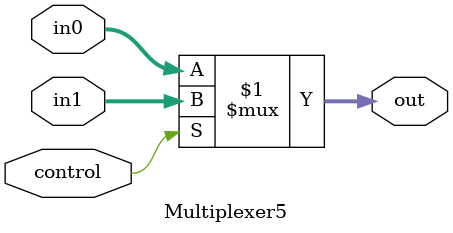
<source format=v>
module Multiplexer5(
     input control,
    input [4:0] in1,
    input [4:0] in0,
    output [4:0] out
    );

    // 5Ïß¶àÂ·Ñ¡ÔñÆ÷
    assign out = control ? in1 : in0;

endmodule

</source>
